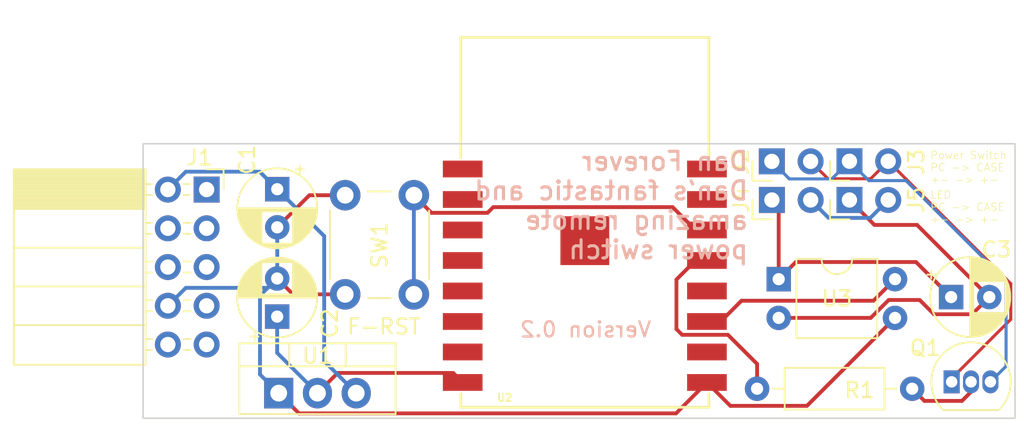
<source format=kicad_pcb>
(kicad_pcb (version 20211014) (generator pcbnew)
  (layers (0 "F.Cu" signal) (31 "B.Cu" signal) (34 "B.Paste" user) (35 "F.Paste" user) (36 "B.SilkS" user "B.Silkscreen") (37 "F.SilkS" user "F.Silkscreen") (38 "B.Mask" user) (39 "F.Mask" user) (44 "Edge.Cuts" user))
  (net 0 "")
  (net 8 "+3.3V")
  (net 9 "GND")
  (net 12 "FRST Pin")
  (net 15 "+5V")
  (net 23 "/+")
  (net 24 "/-")
  (net 25 "SW Pin")
  (net 26 "PW Pin")
  (net 27 "Net-(Q1-Pad2)")
  (net 28 "Net-(C3-Pad1)")
  (net 29 "Net-(C3-Pad2)")
  (net 30 "Net-(J4-Pad2)")
  (footprint "Connector_PinHeader_2.54mm:PinHeader_1x02_P2.54mm_Horizontal" (layer "F.Cu") (at 129.2546 99.5312 90)
    (fp_text reference "J4" (at 0 -2 90) (layer "F.SilkS"))
    (fp_text value "LED PC")
    (pad "1" thru_hole rect (at 0 0 90) (size 1.7 1.7) (drill 1) (layers *.Cu *.Mask) (net 28 "Net-(C3-Pad1)"))
    (pad "2" thru_hole oval (at 0 2.54 90) (size 1.7 1.7) (drill 1) (layers *.Cu *.Mask) (net 30 "Net-(J4-Pad2)"))
  )
  (footprint "Connector_PinSocket_2.54mm:PinSocket_2x05_P2.54mm_Horizontal" (layer "F.Cu") (at 92.225 98.85)
    (fp_text reference "J1" (at -0.475 -2.1) (layer "F.SilkS"))
    (fp_text value "Conn_2Rows-09Pins")
    (pad "1" thru_hole rect (at 0 0) (size 1.7 1.7) (drill 1) (layers *.Cu *.Mask))
    (pad "2" thru_hole oval (at -2.54 0) (size 1.7 1.7) (drill 1) (layers *.Cu *.Mask) (net 15 "+5V"))
    (pad "3" thru_hole oval (at 0 2.54) (size 1.7 1.7) (drill 1) (layers *.Cu *.Mask))
    (pad "4" thru_hole oval (at -2.54 2.54) (size 1.7 1.7) (drill 1) (layers *.Cu *.Mask))
    (pad "5" thru_hole oval (at 0 5.08) (size 1.7 1.7) (drill 1) (layers *.Cu *.Mask))
    (pad "6" thru_hole oval (at -2.54 5.08) (size 1.7 1.7) (drill 1) (layers *.Cu *.Mask))
    (pad "7" thru_hole oval (at 0 7.62) (size 1.7 1.7) (drill 1) (layers *.Cu *.Mask))
    (pad "8" thru_hole oval (at -2.54 7.62) (size 1.7 1.7) (drill 1) (layers *.Cu *.Mask) (net 9 "GND"))
    (pad "9" thru_hole oval (at 0 10.16) (size 1.7 1.7) (drill 1) (layers *.Cu *.Mask))
    (pad "10" thru_hole oval (at -2.54 10.16) (size 1.7 1.7) (drill 1) (layers *.Cu *.Mask))
  )
  (footprint "Package_DIP:DIP-4_W7.62mm" (layer "F.Cu") (at 129.7 104.725)
    (fp_text reference "U3" (at 3.81 1.267) (layer "F.SilkS"))
    (fp_text value "PS2501-1-A")
    (pad "1" thru_hole rect locked (at 0 0) (size 1.6 1.6) (drill 0.8) (layers *.Cu *.Mask) (net 28 "Net-(C3-Pad1)"))
    (pad "2" thru_hole oval locked (at 0 2.54) (size 1.6 1.6) (drill 0.8) (layers *.Cu *.Mask) (net 29 "Net-(C3-Pad2)"))
    (pad "3" thru_hole oval locked (at 7.62 2.54) (size 1.6 1.6) (drill 0.8) (layers *.Cu *.Mask) (net 9 "GND"))
    (pad "4" thru_hole oval locked (at 7.62 0) (size 1.6 1.6) (drill 0.8) (layers *.Cu *.Mask) (net 26 "PW Pin"))
  )
  (footprint "Resistor_THT:R_Axial_DIN0207_L6.3mm_D2.5mm_P10.16mm_Horizontal" (layer "F.Cu") (at 128.284 111.9088)
    (fp_text reference "R1" (at 6.716 0.0912) (layer "F.SilkS"))
    (fp_text value "1k")
    (pad "1" thru_hole circle (at 0 0) (size 1.6 1.6) (drill 0.8) (layers *.Cu *.Mask) (net 25 "SW Pin"))
    (pad "2" thru_hole oval (at 10.16 0) (size 1.6 1.6) (drill 0.8) (layers *.Cu *.Mask) (net 27 "Net-(Q1-Pad2)"))
  )
  (footprint "Button_Switch_THT:SW_PUSH_6mm" (layer "F.Cu") (at 105.8 99.22 -90)
    (fp_text reference "SW1" (at 3.275 2.25 90) (layer "F.SilkS"))
    (fp_text value "Factory reset switch")
    (pad "1" thru_hole circle (at 6.5 0) (size 2 2) (drill 1.1) (layers *.Cu *.Mask) (net 12 "FRST Pin"))
    (pad "1" thru_hole circle (at 0 0) (size 2 2) (drill 1.1) (layers *.Cu *.Mask) (net 12 "FRST Pin"))
    (pad "2" thru_hole circle (at 6.5 4.5) (size 2 2) (drill 1.1) (layers *.Cu *.Mask) (net 9 "GND"))
    (pad "2" thru_hole circle (at 0 4.5) (size 2 2) (drill 1.1) (layers *.Cu *.Mask) (net 9 "GND"))
  )
  (footprint "Connector_PinHeader_2.54mm:PinHeader_1x02_P2.54mm_Horizontal" (layer "F.Cu") (at 134.3346 99.5312 90)
    (fp_text reference "J5" (at 0.0002 4.3794 90) (layer "F.SilkS"))
    (fp_text value "LED CASE")
    (pad "1" thru_hole rect (at 0 0 90) (size 1.7 1.7) (drill 1) (layers *.Cu *.Mask) (net 29 "Net-(C3-Pad2)"))
    (pad "2" thru_hole oval (at 0 2.54 90) (size 1.7 1.7) (drill 1) (layers *.Cu *.Mask) (net 30 "Net-(J4-Pad2)"))
  )
  (footprint "Connector_PinHeader_2.54mm:PinHeader_1x02_P2.54mm_Horizontal" (layer "F.Cu") (at 134.3346 96.9912 90)
    (fp_text reference "J3" (at -0.0398 4.3794 90) (layer "F.SilkS"))
    (fp_text value "PWR SW")
    (pad "1" thru_hole rect (at 0 0 90) (size 1.7 1.7) (drill 1) (layers *.Cu *.Mask) (net 23 "/+"))
    (pad "2" thru_hole oval (at 0 2.54 90) (size 1.7 1.7) (drill 1) (layers *.Cu *.Mask) (net 24 "/-"))
  )
  (footprint "Capacitor_THT:CP_Radial_D5.0mm_P2.50mm" (layer "F.Cu") (at 140.994888 105.9)
    (fp_text reference "C3" (at 2.965112 -3.11) (layer "F.SilkS"))
    (fp_text value "100uF")
    (pad "1" thru_hole rect (at 0 0) (size 1.6 1.6) (drill 0.8) (layers *.Cu *.Mask) (net 28 "Net-(C3-Pad1)"))
    (pad "2" thru_hole circle (at 2.5 0) (size 1.6 1.6) (drill 0.8) (layers *.Cu *.Mask) (net 29 "Net-(C3-Pad2)"))
  )
  (footprint "Package_TO_SOT_THT:TO-92_Inline" (layer "F.Cu") (at 141.03 111.46)
    (fp_text reference "Q1" (at -1.73 -2.2274) (layer "F.SilkS"))
    (fp_text value "PN2222A")
    (pad "1" thru_hole rect (at 0 0) (size 1.05 1.5) (drill 0.75) (layers *.Cu *.Mask) (net 24 "/-"))
    (pad "2" thru_hole oval (at 1.27 0) (size 1.05 1.5) (drill 0.75) (layers *.Cu *.Mask) (net 27 "Net-(Q1-Pad2)"))
    (pad "3" thru_hole oval (at 2.54 0) (size 1.05 1.5) (drill 0.75) (layers *.Cu *.Mask) (net 23 "/+"))
  )
  (footprint "Package_TO_SOT_THT:TO-220-3_Vertical" (layer "F.Cu") (at 96.945 112.2)
    (fp_text reference "U1" (at 2.54 -2.445) (layer "F.SilkS"))
    (fp_text value "LM1117-3.3")
    (pad "1" thru_hole rect (at 0 0) (size 1.905 2) (drill 1.1) (layers *.Cu *.Mask) (net 9 "GND"))
    (pad "2" thru_hole oval (at 2.54 0) (size 1.905 2) (drill 1.1) (layers *.Cu *.Mask) (net 8 "+3.3V"))
    (pad "3" thru_hole oval (at 5.08 0) (size 1.905 2) (drill 1.1) (layers *.Cu *.Mask) (net 15 "+5V"))
  )
  (footprint "Connector_PinHeader_2.54mm:PinHeader_1x02_P2.54mm_Horizontal" (layer "F.Cu") (at 129.25 97 90)
    (fp_text reference "J2" (at -0.031 -2.036 90) (layer "F.SilkS"))
    (fp_text value "PWR SW")
    (pad "1" thru_hole rect (at 0 0 90) (size 1.7 1.7) (drill 1) (layers *.Cu *.Mask) (net 23 "/+"))
    (pad "2" thru_hole oval (at 0 2.54 90) (size 1.7 1.7) (drill 1) (layers *.Cu *.Mask) (net 24 "/-"))
  )
  (footprint "ESP-12S:ESP-12S" (layer "F.Cu") (at 117 101)
    (fp_text reference "U2" (at -5.25 11.5) (layer "F.SilkS") (effects (font (size 0.48 0.48))))
    (fp_text value "ESP-12S")
    (pad "1" smd rect locked (at -8 -3.5) (size 2.6 1.1) (layers "F.Cu" "F.Paste" "F.Mask"))
    (pad "2" smd rect locked (at -8 -1.5) (size 2.6 1.1) (layers "F.Cu" "F.Paste" "F.Mask"))
    (pad "3" smd rect locked (at -8 0.5) (size 2.6 1.1) (layers "F.Cu" "F.Paste" "F.Mask"))
    (pad "4" smd rect locked (at -8 2.5) (size 2.6 1.1) (layers "F.Cu" "F.Paste" "F.Mask"))
    (pad "5" smd rect locked (at -8 4.5) (size 2.6 1.1) (layers "F.Cu" "F.Paste" "F.Mask"))
    (pad "6" smd rect locked (at -8 6.5) (size 2.6 1.1) (layers "F.Cu" "F.Paste" "F.Mask"))
    (pad "7" smd rect locked (at -8 8.5) (size 2.6 1.1) (layers "F.Cu" "F.Paste" "F.Mask"))
    (pad "8" smd rect locked (at -8 10.5) (size 2.6 1.1) (layers "F.Cu" "F.Paste" "F.Mask") (net 8 "+3.3V"))
    (pad "9" smd rect locked (at 8 10.5 180) (size 2.6 1.1) (layers "F.Cu" "F.Paste" "F.Mask") (net 9 "GND"))
    (pad "10" smd rect locked (at 8 8.5 180) (size 2.6 1.1) (layers "F.Cu" "F.Paste" "F.Mask"))
    (pad "11" smd rect locked (at 8 6.5 180) (size 2.6 1.1) (layers "F.Cu" "F.Paste" "F.Mask") (net 26 "PW Pin"))
    (pad "12" smd rect locked (at 8 4.5 180) (size 2.6 1.1) (layers "F.Cu" "F.Paste" "F.Mask"))
    (pad "13" smd rect locked (at 8 2.5 180) (size 2.6 1.1) (layers "F.Cu" "F.Paste" "F.Mask") (net 25 "SW Pin"))
    (pad "14" smd rect locked (at 8 0.5 180) (size 2.6 1.1) (layers "F.Cu" "F.Paste" "F.Mask") (net 12 "FRST Pin"))
    (pad "15" smd rect locked (at 8 -1.5 180) (size 2.6 1.1) (layers "F.Cu" "F.Paste" "F.Mask"))
    (pad "16" smd rect locked (at 8 -3.5 180) (size 2.6 1.1) (layers "F.Cu" "F.Paste" "F.Mask"))
    (pad "P$1" smd rect locked (at 0 1.2) (size 3.2 3.2) (layers "F.Cu"))
  )
  (footprint "Capacitor_THT:CP_Radial_D5.0mm_P2.50mm" (layer "F.Cu") (at 96.85 98.825 -90)
    (fp_text reference "C1" (at -1.925 1.975 90) (layer "F.SilkS"))
    (fp_text value "10uF")
    (pad "1" thru_hole rect (at 0 0 270) (size 1.6 1.6) (drill 0.8) (layers *.Cu *.Mask) (net 15 "+5V"))
    (pad "2" thru_hole circle (at 2.5 0 270) (size 1.6 1.6) (drill 0.8) (layers *.Cu *.Mask) (net 9 "GND"))
  )
  (footprint "Capacitor_THT:CP_Radial_D5.0mm_P2.50mm" (layer "F.Cu") (at 96.845 107.180113 90)
    (fp_text reference "C2" (at -0.444887 3.455 90) (layer "F.SilkS"))
    (fp_text value "22uF")
    (pad "1" thru_hole rect (at 0 0 90) (size 1.6 1.6) (drill 0.8) (layers *.Cu *.Mask) (net 8 "+3.3V"))
    (pad "2" thru_hole circle (at 2.5 0 90) (size 1.6 1.6) (drill 0.8) (layers *.Cu *.Mask) (net 9 "GND"))
  )
  (gr_rect (start 145.181 113.844) (end 88.061 95.844) (layer "Edge.Cuts") (width 0.1) (fill none))
  (gr_text "Dan Forever\nDan's fantastic and\namazing remote\npower switch" (at 127.8 99.89) (layer "B.SilkS") (effects (font (size 1.2 1.2) (thickness 0.2)) (justify left mirror)))
  (gr_text "Version 0.2" (at 117.05 108.03) (layer "B.SilkS") (effects (font (size 1 1)) (justify mirror)))
  (gr_text "LED\nPC -> CASE\n+- -> +-" (at 139.6 100) (layer "F.SilkS") (effects (font (size 0.5 0.5) (thickness 0.05)) (justify left)))
  (gr_text "F-RST" (at 103.84 107.84) (layer "F.SilkS") (effects (font (size 1 1))))
  (gr_text "Power Switch\nPC -> CASE\n+- -> +-" (at 139.6 97.4) (layer "F.SilkS") (effects (font (size 0.5 0.5) (thickness 0.05)) (justify left)))
  (segment (start 109 111.5) (end 108.25 111.5) (width 0.25) (layer "F.Cu") (net 8))
  (segment (start 109 111.5) (end 108.375 110.875) (width 0.25) (layer "F.Cu") (net 8))
  (segment (start 100.81 110.875) (end 99.485 112.2) (width 0.25) (layer "F.Cu") (net 8))
  (segment (start 108.375 110.875) (end 100.81 110.875) (width 0.25) (layer "F.Cu") (net 8))
  (segment (start 96.845 109.56) (end 99.485 112.2) (width 0.25) (layer "B.Cu") (net 8))
  (segment (start 96.845 107.180113) (end 96.845 109.56) (width 0.25) (layer "B.Cu") (net 8))
  (segment (start 125 111.5) (end 126.5338 113.0338) (width 0.25) (layer "F.Cu") (net 9))
  (segment (start 96.845 104.210113) (end 96.724999 104.090112) (width 0.25) (layer "F.Cu") (net 9))
  (segment (start 125 111.5) (end 122.975 113.525) (width 0.25) (layer "F.Cu") (net 9))
  (segment (start 96.945 112.2) (end 96.945 112.255) (width 0.25) (layer "F.Cu") (net 9))
  (segment (start 126.5338 113.0338) (end 131.5512 113.0338) (width 0.25) (layer "F.Cu") (net 9))
  (segment (start 101.3 99.22) (end 98.955 99.22) (width 0.25) (layer "F.Cu") (net 9))
  (segment (start 131.5512 113.0338) (end 137.32 107.265) (width 0.25) (layer "F.Cu") (net 9))
  (segment (start 101.3 105.72) (end 97.884887 105.72) (width 0.25) (layer "F.Cu") (net 9))
  (segment (start 98.27 113.525) (end 96.945 112.2) (width 0.25) (layer "F.Cu") (net 9))
  (segment (start 122.975 113.525) (end 98.27 113.525) (width 0.25) (layer "F.Cu") (net 9))
  (segment (start 97.884887 105.72) (end 96.845 104.680113) (width 0.25) (layer "F.Cu") (net 9))
  (segment (start 98.955 99.22) (end 96.85 101.325) (width 0.25) (layer "F.Cu") (net 9))
  (segment (start 95.72 110.975) (end 95.72 105.805113) (width 0.25) (layer "B.Cu") (net 9))
  (segment (start 96.85 104.675113) (end 96.845 104.680113) (width 0.25) (layer "B.Cu") (net 9))
  (segment (start 95.72 105.805113) (end 96.845 104.680113) (width 0.25) (layer "B.Cu") (net 9))
  (segment (start 96.85 101.325) (end 96.85 104.675113) (width 0.25) (layer "B.Cu") (net 9))
  (segment (start 96.230113 105.295) (end 96.845 104.680113) (width 0.25) (layer "B.Cu") (net 9))
  (segment (start 89.685 106.47) (end 90.86 105.295) (width 0.25) (layer "B.Cu") (net 9))
  (segment (start 96.945 112.2) (end 95.72 110.975) (width 0.25) (layer "B.Cu") (net 9))
  (segment (start 90.86 105.295) (end 96.230113 105.295) (width 0.25) (layer "B.Cu") (net 9))
  (segment (start 106.955 100.375) (end 105.8 99.22) (width 0.25) (layer "F.Cu") (net 12))
  (segment (start 111 100) (end 110.625 100.375) (width 0.25) (layer "F.Cu") (net 12))
  (segment (start 110.625 100.375) (end 106.955 100.375) (width 0.25) (layer "F.Cu") (net 12))
  (segment (start 125 101.5) (end 124.25 101.5) (width 0.25) (layer "F.Cu") (net 12))
  (segment (start 122.75 100) (end 111 100) (width 0.25) (layer "F.Cu") (net 12))
  (segment (start 124.25 101.5) (end 122.75 100) (width 0.25) (layer "F.Cu") (net 12))
  (segment (start 105.8 99.22) (end 105.8 105.72) (width 0.25) (layer "B.Cu") (net 12))
  (segment (start 95.7 97.675) (end 96.85 98.825) (width 0.25) (layer "B.Cu") (net 15))
  (segment (start 99.925 101.9) (end 99.925 110.1) (width 0.25) (layer "B.Cu") (net 15))
  (segment (start 90.86 97.675) (end 95.7 97.675) (width 0.25) (layer "B.Cu") (net 15))
  (segment (start 89.685 98.85) (end 90.86 97.675) (width 0.25) (layer "B.Cu") (net 15))
  (segment (start 96.85 98.825) (end 99.925 101.9) (width 0.25) (layer "B.Cu") (net 15))
  (segment (start 99.925 110.1) (end 102.025 112.2) (width 0.25) (layer "B.Cu") (net 15))
  (segment (start 130.4 98.15) (end 129.25 97) (width 0.2) (layer "B.Cu") (net 23))
  (segment (start 138.032779 98.26) (end 135.6034 98.26) (width 0.2) (layer "B.Cu") (net 23))
  (segment (start 144.594888 110.435112) (end 144.594888 104.822109) (width 0.2) (layer "B.Cu") (net 23))
  (segment (start 133.1758 98.15) (end 130.4 98.15) (width 0.2) (layer "B.Cu") (net 23))
  (segment (start 134.3346 96.9912) (end 133.1758 98.15) (width 0.2) (layer "B.Cu") (net 23))
  (segment (start 129.25 97) (end 129.2634 97) (width 0.2) (layer "B.Cu") (net 23))
  (segment (start 135.6034 98.26) (end 134.3346 96.9912) (width 0.2) (layer "B.Cu") (net 23))
  (segment (start 144.594888 104.822109) (end 138.032779 98.26) (width 0.2) (layer "B.Cu") (net 23))
  (segment (start 143.57 111.46) (end 144.594888 110.435112) (width 0.2) (layer "B.Cu") (net 23))
  (segment (start 141.03 111.235) (end 144.902778 107.362222) (width 0.2) (layer "F.Cu") (net 24))
  (segment (start 144.902778 107.362222) (end 144.902778 105.019378) (width 0.2) (layer "F.Cu") (net 24))
  (segment (start 136.8746 96.9912) (end 135.7246 98.1412) (width 0.2) (layer "F.Cu") (net 24))
  (segment (start 132.9312 98.1412) (end 131.79 97) (width 0.2) (layer "F.Cu") (net 24))
  (segment (start 141.03 111.46) (end 141.03 111.235) (width 0.2) (layer "F.Cu") (net 24))
  (segment (start 144.902778 105.019378) (end 136.8746 96.9912) (width 0.2) (layer "F.Cu") (net 24))
  (segment (start 135.7246 98.1412) (end 132.9312 98.1412) (width 0.2) (layer "F.Cu") (net 24))
  (segment (start 123 108) (end 123 104.75) (width 0.25) (layer "F.Cu") (net 25))
  (segment (start 124.25 103.5) (end 125 103.5) (width 0.25) (layer "F.Cu") (net 25))
  (segment (start 123.375 108.375) (end 123 108) (width 0.25) (layer "F.Cu") (net 25))
  (segment (start 128.284 110.284) (end 126.375 108.375) (width 0.25) (layer "F.Cu") (net 25))
  (segment (start 128.284 111.9088) (end 128.284 110.284) (width 0.25) (layer "F.Cu") (net 25))
  (segment (start 126.375 108.375) (end 123.375 108.375) (width 0.25) (layer "F.Cu") (net 25))
  (segment (start 123 104.75) (end 124.25 103.5) (width 0.25) (layer "F.Cu") (net 25))
  (segment (start 135.905 106.14) (end 127.26 106.14) (width 0.25) (layer "F.Cu") (net 26))
  (segment (start 125.9 107.5) (end 125 107.5) (width 0.25) (layer "F.Cu") (net 26))
  (segment (start 127.26 106.14) (end 125.9 107.5) (width 0.25) (layer "F.Cu") (net 26))
  (segment (start 137.32 104.725) (end 135.905 106.14) (width 0.25) (layer "F.Cu") (net 26))
  (segment (start 139.243999 112.708799) (end 141.706201 112.708799) (width 0.25) (layer "F.Cu") (net 27))
  (segment (start 142.3 112.115) (end 142.3 111.46) (width 0.25) (layer "F.Cu") (net 27))
  (segment (start 141.706201 112.708799) (end 142.3 112.115) (width 0.25) (layer "F.Cu") (net 27))
  (segment (start 138.444 111.9088) (end 139.243999 112.708799) (width 0.25) (layer "F.Cu") (net 27))
  (segment (start 129.2546 99.5312) (end 129.2588 99.5312) (width 0.2) (layer "F.Cu") (net 28))
  (segment (start 129.7 104.725) (end 129.7 99.9766) (width 0.25) (layer "F.Cu") (net 28))
  (segment (start 129.7 99.9766) (end 129.2546 99.5312) (width 0.25) (layer "F.Cu") (net 28))
  (segment (start 140.994888 105.9) (end 138.694888 103.6) (width 0.25) (layer "F.Cu") (net 28))
  (segment (start 130.825 103.6) (end 129.7 104.725) (width 0.25) (layer "F.Cu") (net 28))
  (segment (start 138.694888 103.6) (end 130.825 103.6) (width 0.25) (layer "F.Cu") (net 28))
  (segment (start 139.869888 107.025) (end 142.369888 107.025) (width 0.25) (layer "F.Cu") (net 29))
  (segment (start 136.904009 106.09) (end 138.934888 106.09) (width 0.25) (layer "F.Cu") (net 29))
  (segment (start 142.369888 107.025) (end 143.494888 105.9) (width 0.25) (layer "F.Cu") (net 29))
  (segment (start 135.971043 101.167643) (end 134.3346 99.5312) (width 0.25) (layer "F.Cu") (net 29))
  (segment (start 138.934888 106.09) (end 139.869888 107.025) (width 0.25) (layer "F.Cu") (net 29))
  (segment (start 135.729009 107.265) (end 136.904009 106.09) (width 0.25) (layer "F.Cu") (net 29))
  (segment (start 143.494888 105.9) (end 138.762531 101.167643) (width 0.25) (layer "F.Cu") (net 29))
  (segment (start 138.762531 101.167643) (end 135.971043 101.167643) (width 0.25) (layer "F.Cu") (net 29))
  (segment (start 129.7 107.265) (end 135.729009 107.265) (width 0.25) (layer "F.Cu") (net 29))
  (segment (start 134.3212 99.5312) (end 134.3346 99.5312) (width 0.2) (layer "F.Cu") (net 29))
  (segment (start 132.9696 100.7062) (end 135.6996 100.7062) (width 0.25) (layer "B.Cu") (net 30))
  (segment (start 135.6996 100.7062) (end 136.8746 99.5312) (width 0.25) (layer "B.Cu") (net 30))
  (segment (start 131.7946 99.5312) (end 132.9696 100.7062) (width 0.25) (layer "B.Cu") (net 30))
)
</source>
